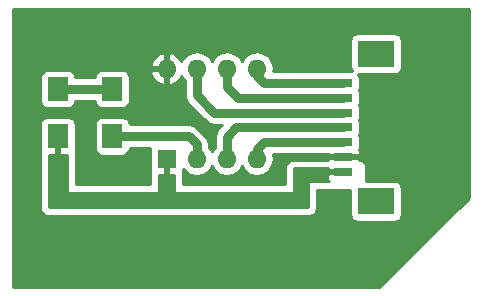
<source format=gbr>
%TF.GenerationSoftware,KiCad,Pcbnew,4.0.6*%
%TF.CreationDate,2017-08-22T22:22:21+02:00*%
%TF.ProjectId,ChipS,43686970532E6B696361645F70636200,rev?*%
%TF.FileFunction,Copper,L1,Top,Signal*%
%FSLAX46Y46*%
G04 Gerber Fmt 4.6, Leading zero omitted, Abs format (unit mm)*
G04 Created by KiCad (PCBNEW 4.0.6) date 08/22/17 22:22:21*
%MOMM*%
%LPD*%
G01*
G04 APERTURE LIST*
%ADD10C,0.100000*%
%ADD11R,1.500000X0.800000*%
%ADD12R,3.100000X2.200000*%
%ADD13R,1.600000X1.600000*%
%ADD14O,1.600000X1.600000*%
%ADD15R,1.700000X2.000000*%
%ADD16C,0.800000*%
%ADD17C,0.500000*%
%ADD18C,0.250000*%
G04 APERTURE END LIST*
D10*
D11*
X104685900Y-73500600D03*
X104685900Y-72250600D03*
X104685900Y-71000600D03*
X104685900Y-69750600D03*
X104685900Y-68500600D03*
X104685900Y-67250600D03*
X104685900Y-66000600D03*
D12*
X107435900Y-76000600D03*
X107435900Y-63500600D03*
D13*
X89716000Y-72392200D03*
D14*
X97336000Y-64772200D03*
X92256000Y-72392200D03*
X94796000Y-64772200D03*
X94796000Y-72392200D03*
X92256000Y-64772200D03*
X97336000Y-72392200D03*
X89716000Y-64772200D03*
D15*
X85100000Y-66500000D03*
X85100000Y-70500000D03*
X80500000Y-66500000D03*
X80500000Y-70500000D03*
D16*
X94796000Y-72392200D02*
X94796000Y-70542002D01*
X94796000Y-70542002D02*
X95587402Y-69750600D01*
X95587402Y-69750600D02*
X104685900Y-69750600D01*
X97336000Y-72392200D02*
X97336000Y-71579400D01*
X97336000Y-71579400D02*
X97914800Y-71000600D01*
X97914800Y-71000600D02*
X104685900Y-71000600D01*
X80500000Y-66500000D02*
X85100000Y-66500000D01*
X97336000Y-64772200D02*
X97336000Y-65369100D01*
D17*
X97336000Y-64772200D02*
X97336000Y-65369100D01*
D16*
X97336000Y-65369100D02*
X97967500Y-66000600D01*
X97967500Y-66000600D02*
X104685900Y-66000600D01*
D17*
X97336000Y-64772200D02*
X97336000Y-65000800D01*
D16*
X94796000Y-64772200D02*
X94796000Y-66296200D01*
X94796000Y-66296200D02*
X95750400Y-67250600D01*
X95750400Y-67250600D02*
X104685900Y-67250600D01*
X104685900Y-68500600D02*
X93736500Y-68500600D01*
X93736500Y-68500600D02*
X92256000Y-67020100D01*
X92256000Y-67020100D02*
X92256000Y-64772200D01*
X85100000Y-70500000D02*
X91583000Y-70500000D01*
X91583000Y-70500000D02*
X92256000Y-71173000D01*
X92256000Y-71173000D02*
X92256000Y-72392200D01*
D18*
G36*
X80625000Y-70375000D02*
X80645000Y-70375000D01*
X80645000Y-70625000D01*
X80625000Y-70625000D01*
X80625000Y-71968750D01*
X80781250Y-72125000D01*
X81275000Y-72125000D01*
X81275000Y-75200000D01*
X81284848Y-75248632D01*
X81312841Y-75289601D01*
X81354568Y-75316451D01*
X81400000Y-75325000D01*
X88900000Y-75325000D01*
X88948632Y-75315152D01*
X88989601Y-75287159D01*
X89016451Y-75245432D01*
X89025000Y-75200000D01*
X89025000Y-73817200D01*
X89434750Y-73817200D01*
X89591000Y-73660950D01*
X89591000Y-72517200D01*
X89571000Y-72517200D01*
X89571000Y-72267200D01*
X89591000Y-72267200D01*
X89591000Y-72247200D01*
X89841000Y-72247200D01*
X89841000Y-72267200D01*
X89861000Y-72267200D01*
X89861000Y-72517200D01*
X89841000Y-72517200D01*
X89841000Y-73660950D01*
X89997250Y-73817200D01*
X90375000Y-73817200D01*
X90375000Y-75200000D01*
X90384848Y-75248632D01*
X90412841Y-75289601D01*
X90454568Y-75316451D01*
X90500000Y-75325000D01*
X100400000Y-75325000D01*
X100448632Y-75315152D01*
X100489601Y-75287159D01*
X100516451Y-75245432D01*
X100525000Y-75200000D01*
X100525000Y-73225000D01*
X103316550Y-73225000D01*
X103467150Y-73375600D01*
X104560900Y-73375600D01*
X104560900Y-73355600D01*
X104810900Y-73355600D01*
X104810900Y-73375600D01*
X104830900Y-73375600D01*
X104830900Y-73625600D01*
X104810900Y-73625600D01*
X104810900Y-73645600D01*
X104560900Y-73645600D01*
X104560900Y-73625600D01*
X103467150Y-73625600D01*
X103310900Y-73781850D01*
X103310900Y-74024920D01*
X103406050Y-74254634D01*
X103426416Y-74275000D01*
X101800000Y-74275000D01*
X101751368Y-74284848D01*
X101710399Y-74312841D01*
X101683549Y-74354568D01*
X101675000Y-74400000D01*
X101675000Y-76475000D01*
X79725000Y-76475000D01*
X79725000Y-72125000D01*
X80218750Y-72125000D01*
X80375000Y-71968750D01*
X80375000Y-70625000D01*
X80355000Y-70625000D01*
X80355000Y-70375000D01*
X80375000Y-70375000D01*
X80375000Y-70355000D01*
X80625000Y-70355000D01*
X80625000Y-70375000D01*
X80625000Y-70375000D01*
G37*
X80625000Y-70375000D02*
X80645000Y-70375000D01*
X80645000Y-70625000D01*
X80625000Y-70625000D01*
X80625000Y-71968750D01*
X80781250Y-72125000D01*
X81275000Y-72125000D01*
X81275000Y-75200000D01*
X81284848Y-75248632D01*
X81312841Y-75289601D01*
X81354568Y-75316451D01*
X81400000Y-75325000D01*
X88900000Y-75325000D01*
X88948632Y-75315152D01*
X88989601Y-75287159D01*
X89016451Y-75245432D01*
X89025000Y-75200000D01*
X89025000Y-73817200D01*
X89434750Y-73817200D01*
X89591000Y-73660950D01*
X89591000Y-72517200D01*
X89571000Y-72517200D01*
X89571000Y-72267200D01*
X89591000Y-72267200D01*
X89591000Y-72247200D01*
X89841000Y-72247200D01*
X89841000Y-72267200D01*
X89861000Y-72267200D01*
X89861000Y-72517200D01*
X89841000Y-72517200D01*
X89841000Y-73660950D01*
X89997250Y-73817200D01*
X90375000Y-73817200D01*
X90375000Y-75200000D01*
X90384848Y-75248632D01*
X90412841Y-75289601D01*
X90454568Y-75316451D01*
X90500000Y-75325000D01*
X100400000Y-75325000D01*
X100448632Y-75315152D01*
X100489601Y-75287159D01*
X100516451Y-75245432D01*
X100525000Y-75200000D01*
X100525000Y-73225000D01*
X103316550Y-73225000D01*
X103467150Y-73375600D01*
X104560900Y-73375600D01*
X104560900Y-73355600D01*
X104810900Y-73355600D01*
X104810900Y-73375600D01*
X104830900Y-73375600D01*
X104830900Y-73625600D01*
X104810900Y-73625600D01*
X104810900Y-73645600D01*
X104560900Y-73645600D01*
X104560900Y-73625600D01*
X103467150Y-73625600D01*
X103310900Y-73781850D01*
X103310900Y-74024920D01*
X103406050Y-74254634D01*
X103426416Y-74275000D01*
X101800000Y-74275000D01*
X101751368Y-74284848D01*
X101710399Y-74312841D01*
X101683549Y-74354568D01*
X101675000Y-74400000D01*
X101675000Y-76475000D01*
X79725000Y-76475000D01*
X79725000Y-72125000D01*
X80218750Y-72125000D01*
X80375000Y-71968750D01*
X80375000Y-70625000D01*
X80355000Y-70625000D01*
X80355000Y-70375000D01*
X80375000Y-70375000D01*
X80375000Y-70355000D01*
X80625000Y-70355000D01*
X80625000Y-70375000D01*
G36*
X115300000Y-75710051D02*
X107710050Y-83300000D01*
X76700000Y-83300000D01*
X76700000Y-69500000D01*
X78975000Y-69500000D01*
X78975000Y-76600000D01*
X79017743Y-76827161D01*
X79151995Y-77035794D01*
X79356840Y-77175759D01*
X79600000Y-77225000D01*
X101800000Y-77225000D01*
X102027161Y-77182257D01*
X102235794Y-77048005D01*
X102375759Y-76843160D01*
X102425000Y-76600000D01*
X102425000Y-75025000D01*
X105248656Y-75025000D01*
X105248656Y-77100600D01*
X105292237Y-77332211D01*
X105429119Y-77544932D01*
X105637976Y-77687638D01*
X105885900Y-77737844D01*
X108985900Y-77737844D01*
X109217511Y-77694263D01*
X109430232Y-77557381D01*
X109572938Y-77348524D01*
X109623144Y-77100600D01*
X109623144Y-74900600D01*
X109579563Y-74668989D01*
X109442681Y-74456268D01*
X109233824Y-74313562D01*
X108985900Y-74263356D01*
X106625000Y-74263356D01*
X106625000Y-73100000D01*
X106582257Y-72872839D01*
X106448005Y-72664206D01*
X106243160Y-72524241D01*
X106005078Y-72476028D01*
X105904650Y-72375600D01*
X104810900Y-72375600D01*
X104810900Y-72395600D01*
X104560900Y-72395600D01*
X104560900Y-72375600D01*
X103467150Y-72375600D01*
X103367750Y-72475000D01*
X100400000Y-72475000D01*
X100172839Y-72517743D01*
X99964206Y-72651995D01*
X99824241Y-72856840D01*
X99775000Y-73100000D01*
X99775000Y-74575000D01*
X91125000Y-74575000D01*
X91125000Y-73331673D01*
X91138764Y-73263703D01*
X91248373Y-73427744D01*
X91710676Y-73736645D01*
X92256000Y-73845117D01*
X92801324Y-73736645D01*
X93263627Y-73427744D01*
X93526000Y-73035075D01*
X93788373Y-73427744D01*
X94250676Y-73736645D01*
X94796000Y-73845117D01*
X95341324Y-73736645D01*
X95803627Y-73427744D01*
X96066000Y-73035075D01*
X96328373Y-73427744D01*
X96790676Y-73736645D01*
X97336000Y-73845117D01*
X97881324Y-73736645D01*
X98343627Y-73427744D01*
X98652528Y-72965441D01*
X98761000Y-72420117D01*
X98761000Y-72364283D01*
X98693632Y-72025600D01*
X103367150Y-72025600D01*
X103467150Y-72125600D01*
X104560900Y-72125600D01*
X104560900Y-72105600D01*
X104810900Y-72105600D01*
X104810900Y-72125600D01*
X105904650Y-72125600D01*
X106060900Y-71969350D01*
X106060900Y-71726280D01*
X106024828Y-71639193D01*
X106073144Y-71400600D01*
X106073144Y-70600600D01*
X106029563Y-70368989D01*
X106029073Y-70368228D01*
X106073144Y-70150600D01*
X106073144Y-69350600D01*
X106029563Y-69118989D01*
X106029073Y-69118228D01*
X106073144Y-68900600D01*
X106073144Y-68100600D01*
X106029563Y-67868989D01*
X106029073Y-67868228D01*
X106073144Y-67650600D01*
X106073144Y-66850600D01*
X106029563Y-66618989D01*
X106029073Y-66618228D01*
X106073144Y-66400600D01*
X106073144Y-65600600D01*
X106029563Y-65368989D01*
X105945174Y-65237844D01*
X108985900Y-65237844D01*
X109217511Y-65194263D01*
X109430232Y-65057381D01*
X109572938Y-64848524D01*
X109623144Y-64600600D01*
X109623144Y-62400600D01*
X109579563Y-62168989D01*
X109442681Y-61956268D01*
X109233824Y-61813562D01*
X108985900Y-61763356D01*
X105885900Y-61763356D01*
X105654289Y-61806937D01*
X105441568Y-61943819D01*
X105298862Y-62152676D01*
X105248656Y-62400600D01*
X105248656Y-64600600D01*
X105292237Y-64832211D01*
X105376626Y-64963356D01*
X103935900Y-64963356D01*
X103870829Y-64975600D01*
X98726094Y-64975600D01*
X98761000Y-64800117D01*
X98761000Y-64744283D01*
X98652528Y-64198959D01*
X98343627Y-63736656D01*
X97881324Y-63427755D01*
X97336000Y-63319283D01*
X96790676Y-63427755D01*
X96328373Y-63736656D01*
X96066000Y-64129325D01*
X95803627Y-63736656D01*
X95341324Y-63427755D01*
X94796000Y-63319283D01*
X94250676Y-63427755D01*
X93788373Y-63736656D01*
X93526000Y-64129325D01*
X93263627Y-63736656D01*
X92801324Y-63427755D01*
X92256000Y-63319283D01*
X91710676Y-63427755D01*
X91248373Y-63736656D01*
X90969619Y-64153841D01*
X90861025Y-63923925D01*
X90449244Y-63550314D01*
X90061521Y-63389724D01*
X89841000Y-63509623D01*
X89841000Y-64647200D01*
X89861000Y-64647200D01*
X89861000Y-64897200D01*
X89841000Y-64897200D01*
X89841000Y-66034777D01*
X90061521Y-66154676D01*
X90449244Y-65994086D01*
X90861025Y-65620475D01*
X90969619Y-65390559D01*
X91231000Y-65781743D01*
X91231000Y-67020100D01*
X91276849Y-67250600D01*
X91309023Y-67412351D01*
X91531216Y-67744884D01*
X93011715Y-69225384D01*
X93210712Y-69358350D01*
X93344249Y-69447577D01*
X93736500Y-69525600D01*
X94362834Y-69525600D01*
X94071216Y-69817218D01*
X93849023Y-70149751D01*
X93771000Y-70542002D01*
X93771000Y-71382657D01*
X93526000Y-71749325D01*
X93281000Y-71382657D01*
X93281000Y-71173000D01*
X93202977Y-70780749D01*
X93087782Y-70608349D01*
X92980785Y-70448216D01*
X92307784Y-69775216D01*
X91975251Y-69553023D01*
X91583000Y-69475000D01*
X86582540Y-69475000D01*
X86543663Y-69268389D01*
X86406781Y-69055668D01*
X86197924Y-68912962D01*
X85950000Y-68862756D01*
X84250000Y-68862756D01*
X84018389Y-68906337D01*
X83805668Y-69043219D01*
X83662962Y-69252076D01*
X83612756Y-69500000D01*
X83612756Y-71500000D01*
X83656337Y-71731611D01*
X83793219Y-71944332D01*
X84002076Y-72087038D01*
X84250000Y-72137244D01*
X85950000Y-72137244D01*
X86181611Y-72093663D01*
X86394332Y-71956781D01*
X86537038Y-71747924D01*
X86582181Y-71525000D01*
X88290188Y-71525000D01*
X88275000Y-71600000D01*
X88275000Y-74575000D01*
X82025000Y-74575000D01*
X82025000Y-69500000D01*
X81982257Y-69272839D01*
X81848005Y-69064206D01*
X81643160Y-68924241D01*
X81602331Y-68915973D01*
X81597924Y-68912962D01*
X81350000Y-68862756D01*
X79650000Y-68862756D01*
X79418389Y-68906337D01*
X79412162Y-68910344D01*
X79372839Y-68917743D01*
X79164206Y-69051995D01*
X79024241Y-69256840D01*
X78975000Y-69500000D01*
X76700000Y-69500000D01*
X76700000Y-65500000D01*
X79012756Y-65500000D01*
X79012756Y-67500000D01*
X79056337Y-67731611D01*
X79193219Y-67944332D01*
X79402076Y-68087038D01*
X79650000Y-68137244D01*
X81350000Y-68137244D01*
X81581611Y-68093663D01*
X81794332Y-67956781D01*
X81937038Y-67747924D01*
X81982181Y-67525000D01*
X83617460Y-67525000D01*
X83656337Y-67731611D01*
X83793219Y-67944332D01*
X84002076Y-68087038D01*
X84250000Y-68137244D01*
X85950000Y-68137244D01*
X86181611Y-68093663D01*
X86394332Y-67956781D01*
X86537038Y-67747924D01*
X86587244Y-67500000D01*
X86587244Y-65500000D01*
X86543663Y-65268389D01*
X86446712Y-65117722D01*
X88333514Y-65117722D01*
X88570975Y-65620475D01*
X88982756Y-65994086D01*
X89370479Y-66154676D01*
X89591000Y-66034777D01*
X89591000Y-64897200D01*
X88452733Y-64897200D01*
X88333514Y-65117722D01*
X86446712Y-65117722D01*
X86406781Y-65055668D01*
X86197924Y-64912962D01*
X85950000Y-64862756D01*
X84250000Y-64862756D01*
X84018389Y-64906337D01*
X83805668Y-65043219D01*
X83662962Y-65252076D01*
X83617819Y-65475000D01*
X81982540Y-65475000D01*
X81943663Y-65268389D01*
X81806781Y-65055668D01*
X81597924Y-64912962D01*
X81350000Y-64862756D01*
X79650000Y-64862756D01*
X79418389Y-64906337D01*
X79205668Y-65043219D01*
X79062962Y-65252076D01*
X79012756Y-65500000D01*
X76700000Y-65500000D01*
X76700000Y-64426678D01*
X88333514Y-64426678D01*
X88452733Y-64647200D01*
X89591000Y-64647200D01*
X89591000Y-63509623D01*
X89370479Y-63389724D01*
X88982756Y-63550314D01*
X88570975Y-63923925D01*
X88333514Y-64426678D01*
X76700000Y-64426678D01*
X76700000Y-59700000D01*
X115300000Y-59700000D01*
X115300000Y-75710051D01*
X115300000Y-75710051D01*
G37*
X115300000Y-75710051D02*
X107710050Y-83300000D01*
X76700000Y-83300000D01*
X76700000Y-69500000D01*
X78975000Y-69500000D01*
X78975000Y-76600000D01*
X79017743Y-76827161D01*
X79151995Y-77035794D01*
X79356840Y-77175759D01*
X79600000Y-77225000D01*
X101800000Y-77225000D01*
X102027161Y-77182257D01*
X102235794Y-77048005D01*
X102375759Y-76843160D01*
X102425000Y-76600000D01*
X102425000Y-75025000D01*
X105248656Y-75025000D01*
X105248656Y-77100600D01*
X105292237Y-77332211D01*
X105429119Y-77544932D01*
X105637976Y-77687638D01*
X105885900Y-77737844D01*
X108985900Y-77737844D01*
X109217511Y-77694263D01*
X109430232Y-77557381D01*
X109572938Y-77348524D01*
X109623144Y-77100600D01*
X109623144Y-74900600D01*
X109579563Y-74668989D01*
X109442681Y-74456268D01*
X109233824Y-74313562D01*
X108985900Y-74263356D01*
X106625000Y-74263356D01*
X106625000Y-73100000D01*
X106582257Y-72872839D01*
X106448005Y-72664206D01*
X106243160Y-72524241D01*
X106005078Y-72476028D01*
X105904650Y-72375600D01*
X104810900Y-72375600D01*
X104810900Y-72395600D01*
X104560900Y-72395600D01*
X104560900Y-72375600D01*
X103467150Y-72375600D01*
X103367750Y-72475000D01*
X100400000Y-72475000D01*
X100172839Y-72517743D01*
X99964206Y-72651995D01*
X99824241Y-72856840D01*
X99775000Y-73100000D01*
X99775000Y-74575000D01*
X91125000Y-74575000D01*
X91125000Y-73331673D01*
X91138764Y-73263703D01*
X91248373Y-73427744D01*
X91710676Y-73736645D01*
X92256000Y-73845117D01*
X92801324Y-73736645D01*
X93263627Y-73427744D01*
X93526000Y-73035075D01*
X93788373Y-73427744D01*
X94250676Y-73736645D01*
X94796000Y-73845117D01*
X95341324Y-73736645D01*
X95803627Y-73427744D01*
X96066000Y-73035075D01*
X96328373Y-73427744D01*
X96790676Y-73736645D01*
X97336000Y-73845117D01*
X97881324Y-73736645D01*
X98343627Y-73427744D01*
X98652528Y-72965441D01*
X98761000Y-72420117D01*
X98761000Y-72364283D01*
X98693632Y-72025600D01*
X103367150Y-72025600D01*
X103467150Y-72125600D01*
X104560900Y-72125600D01*
X104560900Y-72105600D01*
X104810900Y-72105600D01*
X104810900Y-72125600D01*
X105904650Y-72125600D01*
X106060900Y-71969350D01*
X106060900Y-71726280D01*
X106024828Y-71639193D01*
X106073144Y-71400600D01*
X106073144Y-70600600D01*
X106029563Y-70368989D01*
X106029073Y-70368228D01*
X106073144Y-70150600D01*
X106073144Y-69350600D01*
X106029563Y-69118989D01*
X106029073Y-69118228D01*
X106073144Y-68900600D01*
X106073144Y-68100600D01*
X106029563Y-67868989D01*
X106029073Y-67868228D01*
X106073144Y-67650600D01*
X106073144Y-66850600D01*
X106029563Y-66618989D01*
X106029073Y-66618228D01*
X106073144Y-66400600D01*
X106073144Y-65600600D01*
X106029563Y-65368989D01*
X105945174Y-65237844D01*
X108985900Y-65237844D01*
X109217511Y-65194263D01*
X109430232Y-65057381D01*
X109572938Y-64848524D01*
X109623144Y-64600600D01*
X109623144Y-62400600D01*
X109579563Y-62168989D01*
X109442681Y-61956268D01*
X109233824Y-61813562D01*
X108985900Y-61763356D01*
X105885900Y-61763356D01*
X105654289Y-61806937D01*
X105441568Y-61943819D01*
X105298862Y-62152676D01*
X105248656Y-62400600D01*
X105248656Y-64600600D01*
X105292237Y-64832211D01*
X105376626Y-64963356D01*
X103935900Y-64963356D01*
X103870829Y-64975600D01*
X98726094Y-64975600D01*
X98761000Y-64800117D01*
X98761000Y-64744283D01*
X98652528Y-64198959D01*
X98343627Y-63736656D01*
X97881324Y-63427755D01*
X97336000Y-63319283D01*
X96790676Y-63427755D01*
X96328373Y-63736656D01*
X96066000Y-64129325D01*
X95803627Y-63736656D01*
X95341324Y-63427755D01*
X94796000Y-63319283D01*
X94250676Y-63427755D01*
X93788373Y-63736656D01*
X93526000Y-64129325D01*
X93263627Y-63736656D01*
X92801324Y-63427755D01*
X92256000Y-63319283D01*
X91710676Y-63427755D01*
X91248373Y-63736656D01*
X90969619Y-64153841D01*
X90861025Y-63923925D01*
X90449244Y-63550314D01*
X90061521Y-63389724D01*
X89841000Y-63509623D01*
X89841000Y-64647200D01*
X89861000Y-64647200D01*
X89861000Y-64897200D01*
X89841000Y-64897200D01*
X89841000Y-66034777D01*
X90061521Y-66154676D01*
X90449244Y-65994086D01*
X90861025Y-65620475D01*
X90969619Y-65390559D01*
X91231000Y-65781743D01*
X91231000Y-67020100D01*
X91276849Y-67250600D01*
X91309023Y-67412351D01*
X91531216Y-67744884D01*
X93011715Y-69225384D01*
X93210712Y-69358350D01*
X93344249Y-69447577D01*
X93736500Y-69525600D01*
X94362834Y-69525600D01*
X94071216Y-69817218D01*
X93849023Y-70149751D01*
X93771000Y-70542002D01*
X93771000Y-71382657D01*
X93526000Y-71749325D01*
X93281000Y-71382657D01*
X93281000Y-71173000D01*
X93202977Y-70780749D01*
X93087782Y-70608349D01*
X92980785Y-70448216D01*
X92307784Y-69775216D01*
X91975251Y-69553023D01*
X91583000Y-69475000D01*
X86582540Y-69475000D01*
X86543663Y-69268389D01*
X86406781Y-69055668D01*
X86197924Y-68912962D01*
X85950000Y-68862756D01*
X84250000Y-68862756D01*
X84018389Y-68906337D01*
X83805668Y-69043219D01*
X83662962Y-69252076D01*
X83612756Y-69500000D01*
X83612756Y-71500000D01*
X83656337Y-71731611D01*
X83793219Y-71944332D01*
X84002076Y-72087038D01*
X84250000Y-72137244D01*
X85950000Y-72137244D01*
X86181611Y-72093663D01*
X86394332Y-71956781D01*
X86537038Y-71747924D01*
X86582181Y-71525000D01*
X88290188Y-71525000D01*
X88275000Y-71600000D01*
X88275000Y-74575000D01*
X82025000Y-74575000D01*
X82025000Y-69500000D01*
X81982257Y-69272839D01*
X81848005Y-69064206D01*
X81643160Y-68924241D01*
X81602331Y-68915973D01*
X81597924Y-68912962D01*
X81350000Y-68862756D01*
X79650000Y-68862756D01*
X79418389Y-68906337D01*
X79412162Y-68910344D01*
X79372839Y-68917743D01*
X79164206Y-69051995D01*
X79024241Y-69256840D01*
X78975000Y-69500000D01*
X76700000Y-69500000D01*
X76700000Y-65500000D01*
X79012756Y-65500000D01*
X79012756Y-67500000D01*
X79056337Y-67731611D01*
X79193219Y-67944332D01*
X79402076Y-68087038D01*
X79650000Y-68137244D01*
X81350000Y-68137244D01*
X81581611Y-68093663D01*
X81794332Y-67956781D01*
X81937038Y-67747924D01*
X81982181Y-67525000D01*
X83617460Y-67525000D01*
X83656337Y-67731611D01*
X83793219Y-67944332D01*
X84002076Y-68087038D01*
X84250000Y-68137244D01*
X85950000Y-68137244D01*
X86181611Y-68093663D01*
X86394332Y-67956781D01*
X86537038Y-67747924D01*
X86587244Y-67500000D01*
X86587244Y-65500000D01*
X86543663Y-65268389D01*
X86446712Y-65117722D01*
X88333514Y-65117722D01*
X88570975Y-65620475D01*
X88982756Y-65994086D01*
X89370479Y-66154676D01*
X89591000Y-66034777D01*
X89591000Y-64897200D01*
X88452733Y-64897200D01*
X88333514Y-65117722D01*
X86446712Y-65117722D01*
X86406781Y-65055668D01*
X86197924Y-64912962D01*
X85950000Y-64862756D01*
X84250000Y-64862756D01*
X84018389Y-64906337D01*
X83805668Y-65043219D01*
X83662962Y-65252076D01*
X83617819Y-65475000D01*
X81982540Y-65475000D01*
X81943663Y-65268389D01*
X81806781Y-65055668D01*
X81597924Y-64912962D01*
X81350000Y-64862756D01*
X79650000Y-64862756D01*
X79418389Y-64906337D01*
X79205668Y-65043219D01*
X79062962Y-65252076D01*
X79012756Y-65500000D01*
X76700000Y-65500000D01*
X76700000Y-64426678D01*
X88333514Y-64426678D01*
X88452733Y-64647200D01*
X89591000Y-64647200D01*
X89591000Y-63509623D01*
X89370479Y-63389724D01*
X88982756Y-63550314D01*
X88570975Y-63923925D01*
X88333514Y-64426678D01*
X76700000Y-64426678D01*
X76700000Y-59700000D01*
X115300000Y-59700000D01*
X115300000Y-75710051D01*
M02*

</source>
